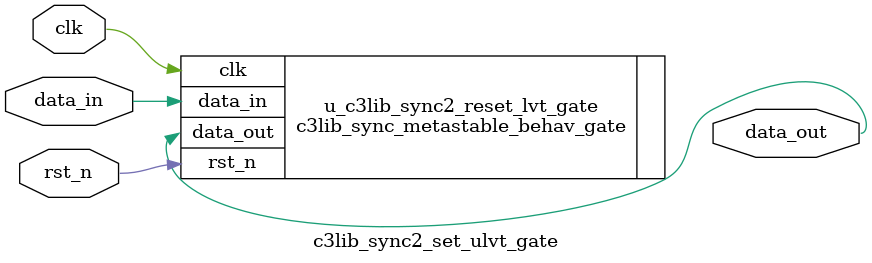
<source format=sv>

module c3lib_sync2_set_ulvt_gate( 

  clk, 
  rst_n, 
  data_in,
  data_out

  ); 

input		clk; 
input		rst_n; 
input		data_in;
output		data_out;

  c3lib_sync_metastable_behav_gate #(

    .RESET_VAL	( 1 ),
    .SYNC_STAGES( 2 )

  ) u_c3lib_sync2_reset_lvt_gate ( 

    .clk	( clk      ),
    .rst_n	( rst_n    ),
    .data_in	( data_in  ),
    .data_out	( data_out )

  );

endmodule 


</source>
